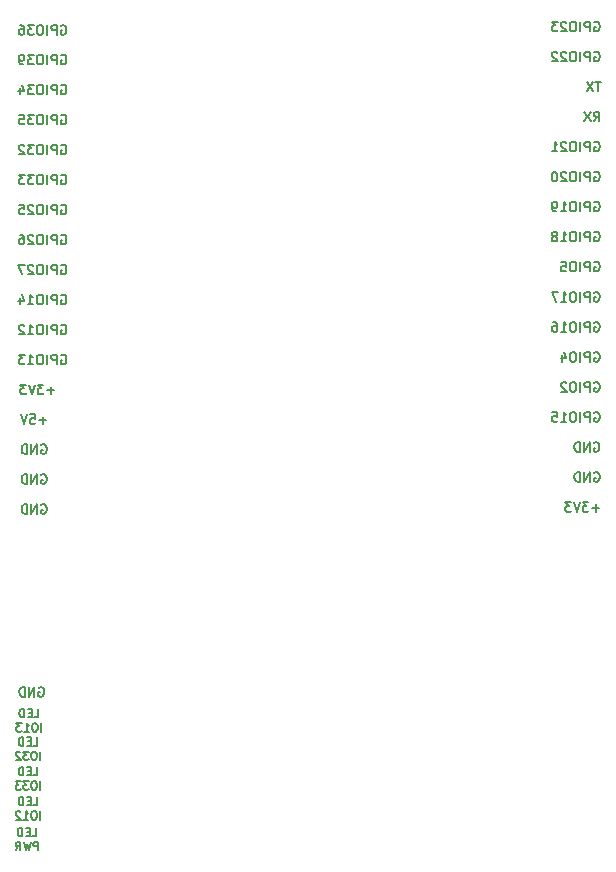
<source format=gbr>
G04 #@! TF.GenerationSoftware,KiCad,Pcbnew,6.0.0-rc1-unknown-15e0771~66~ubuntu18.04.1*
G04 #@! TF.CreationDate,2018-08-29T16:10:05+02:00*
G04 #@! TF.ProjectId,esp32-gateway,65737033322D676174657761792E6B69,v3*
G04 #@! TF.SameCoordinates,Original*
G04 #@! TF.FileFunction,Legend,Bot*
G04 #@! TF.FilePolarity,Positive*
%FSLAX46Y46*%
G04 Gerber Fmt 4.6, Leading zero omitted, Abs format (unit mm)*
G04 Created by KiCad (PCBNEW 6.0.0-rc1-unknown-15e0771~66~ubuntu18.04.1) date Wed Aug 29 16:10:05 2018*
%MOMM*%
%LPD*%
G01*
G04 APERTURE LIST*
%ADD10C,0.150000*%
G04 APERTURE END LIST*
D10*
X119180000Y-137376666D02*
X119513333Y-137376666D01*
X119513333Y-136676666D01*
X118946666Y-137010000D02*
X118713333Y-137010000D01*
X118613333Y-137376666D02*
X118946666Y-137376666D01*
X118946666Y-136676666D01*
X118613333Y-136676666D01*
X118313333Y-137376666D02*
X118313333Y-136676666D01*
X118146666Y-136676666D01*
X118046666Y-136710000D01*
X117980000Y-136776666D01*
X117946666Y-136843333D01*
X117913333Y-136976666D01*
X117913333Y-137076666D01*
X117946666Y-137210000D01*
X117980000Y-137276666D01*
X118046666Y-137343333D01*
X118146666Y-137376666D01*
X118313333Y-137376666D01*
X119763333Y-138576666D02*
X119763333Y-137876666D01*
X119296666Y-137876666D02*
X119163333Y-137876666D01*
X119096666Y-137910000D01*
X119030000Y-137976666D01*
X118996666Y-138110000D01*
X118996666Y-138343333D01*
X119030000Y-138476666D01*
X119096666Y-138543333D01*
X119163333Y-138576666D01*
X119296666Y-138576666D01*
X119363333Y-138543333D01*
X119430000Y-138476666D01*
X119463333Y-138343333D01*
X119463333Y-138110000D01*
X119430000Y-137976666D01*
X119363333Y-137910000D01*
X119296666Y-137876666D01*
X118330000Y-138576666D02*
X118730000Y-138576666D01*
X118530000Y-138576666D02*
X118530000Y-137876666D01*
X118596666Y-137976666D01*
X118663333Y-138043333D01*
X118730000Y-138076666D01*
X118096666Y-137876666D02*
X117663333Y-137876666D01*
X117896666Y-138143333D01*
X117796666Y-138143333D01*
X117730000Y-138176666D01*
X117696666Y-138210000D01*
X117663333Y-138276666D01*
X117663333Y-138443333D01*
X117696666Y-138510000D01*
X117730000Y-138543333D01*
X117796666Y-138576666D01*
X117996666Y-138576666D01*
X118063333Y-138543333D01*
X118096666Y-138510000D01*
X119109429Y-139776666D02*
X119442762Y-139776666D01*
X119442762Y-139076666D01*
X118876095Y-139410000D02*
X118642762Y-139410000D01*
X118542762Y-139776666D02*
X118876095Y-139776666D01*
X118876095Y-139076666D01*
X118542762Y-139076666D01*
X118242762Y-139776666D02*
X118242762Y-139076666D01*
X118076095Y-139076666D01*
X117976095Y-139110000D01*
X117909429Y-139176666D01*
X117876095Y-139243333D01*
X117842762Y-139376666D01*
X117842762Y-139476666D01*
X117876095Y-139610000D01*
X117909429Y-139676666D01*
X117976095Y-139743333D01*
X118076095Y-139776666D01*
X118242762Y-139776666D01*
X119692762Y-140976666D02*
X119692762Y-140276666D01*
X119226095Y-140276666D02*
X119092762Y-140276666D01*
X119026095Y-140310000D01*
X118959429Y-140376666D01*
X118926095Y-140510000D01*
X118926095Y-140743333D01*
X118959429Y-140876666D01*
X119026095Y-140943333D01*
X119092762Y-140976666D01*
X119226095Y-140976666D01*
X119292762Y-140943333D01*
X119359429Y-140876666D01*
X119392762Y-140743333D01*
X119392762Y-140510000D01*
X119359429Y-140376666D01*
X119292762Y-140310000D01*
X119226095Y-140276666D01*
X118692762Y-140276666D02*
X118259429Y-140276666D01*
X118492762Y-140543333D01*
X118392762Y-140543333D01*
X118326095Y-140576666D01*
X118292762Y-140610000D01*
X118259429Y-140676666D01*
X118259429Y-140843333D01*
X118292762Y-140910000D01*
X118326095Y-140943333D01*
X118392762Y-140976666D01*
X118592762Y-140976666D01*
X118659429Y-140943333D01*
X118692762Y-140910000D01*
X117992762Y-140343333D02*
X117959429Y-140310000D01*
X117892762Y-140276666D01*
X117726095Y-140276666D01*
X117659429Y-140310000D01*
X117626095Y-140343333D01*
X117592762Y-140410000D01*
X117592762Y-140476666D01*
X117626095Y-140576666D01*
X118026095Y-140976666D01*
X117592762Y-140976666D01*
X119569523Y-134850000D02*
X119645714Y-134811904D01*
X119760000Y-134811904D01*
X119874285Y-134850000D01*
X119950476Y-134926190D01*
X119988571Y-135002380D01*
X120026666Y-135154761D01*
X120026666Y-135269047D01*
X119988571Y-135421428D01*
X119950476Y-135497619D01*
X119874285Y-135573809D01*
X119760000Y-135611904D01*
X119683809Y-135611904D01*
X119569523Y-135573809D01*
X119531428Y-135535714D01*
X119531428Y-135269047D01*
X119683809Y-135269047D01*
X119188571Y-135611904D02*
X119188571Y-134811904D01*
X118731428Y-135611904D01*
X118731428Y-134811904D01*
X118350476Y-135611904D02*
X118350476Y-134811904D01*
X118160000Y-134811904D01*
X118045714Y-134850000D01*
X117969523Y-134926190D01*
X117931428Y-135002380D01*
X117893333Y-135154761D01*
X117893333Y-135269047D01*
X117931428Y-135421428D01*
X117969523Y-135497619D01*
X118045714Y-135573809D01*
X118160000Y-135611904D01*
X118350476Y-135611904D01*
X119109429Y-142296666D02*
X119442762Y-142296666D01*
X119442762Y-141596666D01*
X118876095Y-141930000D02*
X118642762Y-141930000D01*
X118542762Y-142296666D02*
X118876095Y-142296666D01*
X118876095Y-141596666D01*
X118542762Y-141596666D01*
X118242762Y-142296666D02*
X118242762Y-141596666D01*
X118076095Y-141596666D01*
X117976095Y-141630000D01*
X117909429Y-141696666D01*
X117876095Y-141763333D01*
X117842762Y-141896666D01*
X117842762Y-141996666D01*
X117876095Y-142130000D01*
X117909429Y-142196666D01*
X117976095Y-142263333D01*
X118076095Y-142296666D01*
X118242762Y-142296666D01*
X119692762Y-143496666D02*
X119692762Y-142796666D01*
X119226095Y-142796666D02*
X119092762Y-142796666D01*
X119026095Y-142830000D01*
X118959429Y-142896666D01*
X118926095Y-143030000D01*
X118926095Y-143263333D01*
X118959429Y-143396666D01*
X119026095Y-143463333D01*
X119092762Y-143496666D01*
X119226095Y-143496666D01*
X119292762Y-143463333D01*
X119359429Y-143396666D01*
X119392762Y-143263333D01*
X119392762Y-143030000D01*
X119359429Y-142896666D01*
X119292762Y-142830000D01*
X119226095Y-142796666D01*
X118692762Y-142796666D02*
X118259429Y-142796666D01*
X118492762Y-143063333D01*
X118392762Y-143063333D01*
X118326095Y-143096666D01*
X118292762Y-143130000D01*
X118259429Y-143196666D01*
X118259429Y-143363333D01*
X118292762Y-143430000D01*
X118326095Y-143463333D01*
X118392762Y-143496666D01*
X118592762Y-143496666D01*
X118659429Y-143463333D01*
X118692762Y-143430000D01*
X118026095Y-142796666D02*
X117592762Y-142796666D01*
X117826095Y-143063333D01*
X117726095Y-143063333D01*
X117659429Y-143096666D01*
X117626095Y-143130000D01*
X117592762Y-143196666D01*
X117592762Y-143363333D01*
X117626095Y-143430000D01*
X117659429Y-143463333D01*
X117726095Y-143496666D01*
X117926095Y-143496666D01*
X117992762Y-143463333D01*
X118026095Y-143430000D01*
X119023714Y-147436666D02*
X119357047Y-147436666D01*
X119357047Y-146736666D01*
X118790380Y-147070000D02*
X118557047Y-147070000D01*
X118457047Y-147436666D02*
X118790380Y-147436666D01*
X118790380Y-146736666D01*
X118457047Y-146736666D01*
X118157047Y-147436666D02*
X118157047Y-146736666D01*
X117990380Y-146736666D01*
X117890380Y-146770000D01*
X117823714Y-146836666D01*
X117790380Y-146903333D01*
X117757047Y-147036666D01*
X117757047Y-147136666D01*
X117790380Y-147270000D01*
X117823714Y-147336666D01*
X117890380Y-147403333D01*
X117990380Y-147436666D01*
X118157047Y-147436666D01*
X119507047Y-148636666D02*
X119507047Y-147936666D01*
X119240380Y-147936666D01*
X119173714Y-147970000D01*
X119140380Y-148003333D01*
X119107047Y-148070000D01*
X119107047Y-148170000D01*
X119140380Y-148236666D01*
X119173714Y-148270000D01*
X119240380Y-148303333D01*
X119507047Y-148303333D01*
X118873714Y-147936666D02*
X118707047Y-148636666D01*
X118573714Y-148136666D01*
X118440380Y-148636666D01*
X118273714Y-147936666D01*
X117607047Y-148636666D02*
X117840380Y-148303333D01*
X118007047Y-148636666D02*
X118007047Y-147936666D01*
X117740380Y-147936666D01*
X117673714Y-147970000D01*
X117640380Y-148003333D01*
X117607047Y-148070000D01*
X117607047Y-148170000D01*
X117640380Y-148236666D01*
X117673714Y-148270000D01*
X117740380Y-148303333D01*
X118007047Y-148303333D01*
X119109429Y-144826666D02*
X119442762Y-144826666D01*
X119442762Y-144126666D01*
X118876095Y-144460000D02*
X118642762Y-144460000D01*
X118542762Y-144826666D02*
X118876095Y-144826666D01*
X118876095Y-144126666D01*
X118542762Y-144126666D01*
X118242762Y-144826666D02*
X118242762Y-144126666D01*
X118076095Y-144126666D01*
X117976095Y-144160000D01*
X117909429Y-144226666D01*
X117876095Y-144293333D01*
X117842762Y-144426666D01*
X117842762Y-144526666D01*
X117876095Y-144660000D01*
X117909429Y-144726666D01*
X117976095Y-144793333D01*
X118076095Y-144826666D01*
X118242762Y-144826666D01*
X119692762Y-146026666D02*
X119692762Y-145326666D01*
X119226095Y-145326666D02*
X119092762Y-145326666D01*
X119026095Y-145360000D01*
X118959429Y-145426666D01*
X118926095Y-145560000D01*
X118926095Y-145793333D01*
X118959429Y-145926666D01*
X119026095Y-145993333D01*
X119092762Y-146026666D01*
X119226095Y-146026666D01*
X119292762Y-145993333D01*
X119359429Y-145926666D01*
X119392762Y-145793333D01*
X119392762Y-145560000D01*
X119359429Y-145426666D01*
X119292762Y-145360000D01*
X119226095Y-145326666D01*
X118259429Y-146026666D02*
X118659429Y-146026666D01*
X118459429Y-146026666D02*
X118459429Y-145326666D01*
X118526095Y-145426666D01*
X118592762Y-145493333D01*
X118659429Y-145526666D01*
X117992762Y-145393333D02*
X117959429Y-145360000D01*
X117892762Y-145326666D01*
X117726095Y-145326666D01*
X117659429Y-145360000D01*
X117626095Y-145393333D01*
X117592762Y-145460000D01*
X117592762Y-145526666D01*
X117626095Y-145626666D01*
X118026095Y-146026666D01*
X117592762Y-146026666D01*
X166569523Y-114120000D02*
X166645714Y-114081904D01*
X166760000Y-114081904D01*
X166874285Y-114120000D01*
X166950476Y-114196190D01*
X166988571Y-114272380D01*
X167026666Y-114424761D01*
X167026666Y-114539047D01*
X166988571Y-114691428D01*
X166950476Y-114767619D01*
X166874285Y-114843809D01*
X166760000Y-114881904D01*
X166683809Y-114881904D01*
X166569523Y-114843809D01*
X166531428Y-114805714D01*
X166531428Y-114539047D01*
X166683809Y-114539047D01*
X166188571Y-114881904D02*
X166188571Y-114081904D01*
X165731428Y-114881904D01*
X165731428Y-114081904D01*
X165350476Y-114881904D02*
X165350476Y-114081904D01*
X165160000Y-114081904D01*
X165045714Y-114120000D01*
X164969523Y-114196190D01*
X164931428Y-114272380D01*
X164893333Y-114424761D01*
X164893333Y-114539047D01*
X164931428Y-114691428D01*
X164969523Y-114767619D01*
X165045714Y-114843809D01*
X165160000Y-114881904D01*
X165350476Y-114881904D01*
X166591905Y-109032500D02*
X166668095Y-108994404D01*
X166782381Y-108994404D01*
X166896667Y-109032500D01*
X166972857Y-109108690D01*
X167010953Y-109184880D01*
X167049048Y-109337261D01*
X167049048Y-109451547D01*
X167010953Y-109603928D01*
X166972857Y-109680119D01*
X166896667Y-109756309D01*
X166782381Y-109794404D01*
X166706191Y-109794404D01*
X166591905Y-109756309D01*
X166553810Y-109718214D01*
X166553810Y-109451547D01*
X166706191Y-109451547D01*
X166210953Y-109794404D02*
X166210953Y-108994404D01*
X165906191Y-108994404D01*
X165830000Y-109032500D01*
X165791905Y-109070595D01*
X165753810Y-109146785D01*
X165753810Y-109261071D01*
X165791905Y-109337261D01*
X165830000Y-109375357D01*
X165906191Y-109413452D01*
X166210953Y-109413452D01*
X165410953Y-109794404D02*
X165410953Y-108994404D01*
X164877619Y-108994404D02*
X164725238Y-108994404D01*
X164649048Y-109032500D01*
X164572857Y-109108690D01*
X164534762Y-109261071D01*
X164534762Y-109527738D01*
X164572857Y-109680119D01*
X164649048Y-109756309D01*
X164725238Y-109794404D01*
X164877619Y-109794404D01*
X164953810Y-109756309D01*
X165030000Y-109680119D01*
X165068095Y-109527738D01*
X165068095Y-109261071D01*
X165030000Y-109108690D01*
X164953810Y-109032500D01*
X164877619Y-108994404D01*
X164230000Y-109070595D02*
X164191905Y-109032500D01*
X164115714Y-108994404D01*
X163925238Y-108994404D01*
X163849048Y-109032500D01*
X163810953Y-109070595D01*
X163772857Y-109146785D01*
X163772857Y-109222976D01*
X163810953Y-109337261D01*
X164268095Y-109794404D01*
X163772857Y-109794404D01*
X167125237Y-83575654D02*
X166668094Y-83575654D01*
X166896666Y-84375654D02*
X166896666Y-83575654D01*
X166477618Y-83575654D02*
X165944285Y-84375654D01*
X165944285Y-83575654D02*
X166477618Y-84375654D01*
X166553809Y-86917529D02*
X166820476Y-86536577D01*
X167010952Y-86917529D02*
X167010952Y-86117529D01*
X166706190Y-86117529D01*
X166629999Y-86155625D01*
X166591904Y-86193720D01*
X166553809Y-86269910D01*
X166553809Y-86384196D01*
X166591904Y-86460386D01*
X166629999Y-86498482D01*
X166706190Y-86536577D01*
X167010952Y-86536577D01*
X166287142Y-86117529D02*
X165753809Y-86917529D01*
X165753809Y-86117529D02*
X166287142Y-86917529D01*
X167010952Y-119657142D02*
X166401429Y-119657142D01*
X166706190Y-119961904D02*
X166706190Y-119352380D01*
X166096667Y-119161904D02*
X165601429Y-119161904D01*
X165868095Y-119466666D01*
X165753809Y-119466666D01*
X165677619Y-119504761D01*
X165639524Y-119542857D01*
X165601429Y-119619047D01*
X165601429Y-119809523D01*
X165639524Y-119885714D01*
X165677619Y-119923809D01*
X165753809Y-119961904D01*
X165982381Y-119961904D01*
X166058571Y-119923809D01*
X166096667Y-119885714D01*
X165372857Y-119161904D02*
X165106190Y-119961904D01*
X164839524Y-119161904D01*
X164649048Y-119161904D02*
X164153809Y-119161904D01*
X164420476Y-119466666D01*
X164306190Y-119466666D01*
X164230000Y-119504761D01*
X164191905Y-119542857D01*
X164153809Y-119619047D01*
X164153809Y-119809523D01*
X164191905Y-119885714D01*
X164230000Y-119923809D01*
X164306190Y-119961904D01*
X164534762Y-119961904D01*
X164610952Y-119923809D01*
X164649048Y-119885714D01*
X166591904Y-81071875D02*
X166668095Y-81033779D01*
X166782380Y-81033779D01*
X166896666Y-81071875D01*
X166972857Y-81148065D01*
X167010952Y-81224255D01*
X167049047Y-81376636D01*
X167049047Y-81490922D01*
X167010952Y-81643303D01*
X166972857Y-81719494D01*
X166896666Y-81795684D01*
X166782380Y-81833779D01*
X166706190Y-81833779D01*
X166591904Y-81795684D01*
X166553809Y-81757589D01*
X166553809Y-81490922D01*
X166706190Y-81490922D01*
X166210952Y-81833779D02*
X166210952Y-81033779D01*
X165906190Y-81033779D01*
X165830000Y-81071875D01*
X165791904Y-81109970D01*
X165753809Y-81186160D01*
X165753809Y-81300446D01*
X165791904Y-81376636D01*
X165830000Y-81414732D01*
X165906190Y-81452827D01*
X166210952Y-81452827D01*
X165410952Y-81833779D02*
X165410952Y-81033779D01*
X164877619Y-81033779D02*
X164725238Y-81033779D01*
X164649047Y-81071875D01*
X164572857Y-81148065D01*
X164534761Y-81300446D01*
X164534761Y-81567113D01*
X164572857Y-81719494D01*
X164649047Y-81795684D01*
X164725238Y-81833779D01*
X164877619Y-81833779D01*
X164953809Y-81795684D01*
X165030000Y-81719494D01*
X165068095Y-81567113D01*
X165068095Y-81300446D01*
X165030000Y-81148065D01*
X164953809Y-81071875D01*
X164877619Y-81033779D01*
X164230000Y-81109970D02*
X164191904Y-81071875D01*
X164115714Y-81033779D01*
X163925238Y-81033779D01*
X163849047Y-81071875D01*
X163810952Y-81109970D01*
X163772857Y-81186160D01*
X163772857Y-81262351D01*
X163810952Y-81376636D01*
X164268095Y-81833779D01*
X163772857Y-81833779D01*
X163468095Y-81109970D02*
X163430000Y-81071875D01*
X163353809Y-81033779D01*
X163163333Y-81033779D01*
X163087142Y-81071875D01*
X163049047Y-81109970D01*
X163010952Y-81186160D01*
X163010952Y-81262351D01*
X163049047Y-81376636D01*
X163506190Y-81833779D01*
X163010952Y-81833779D01*
X166591904Y-88697500D02*
X166668095Y-88659404D01*
X166782380Y-88659404D01*
X166896666Y-88697500D01*
X166972857Y-88773690D01*
X167010952Y-88849880D01*
X167049047Y-89002261D01*
X167049047Y-89116547D01*
X167010952Y-89268928D01*
X166972857Y-89345119D01*
X166896666Y-89421309D01*
X166782380Y-89459404D01*
X166706190Y-89459404D01*
X166591904Y-89421309D01*
X166553809Y-89383214D01*
X166553809Y-89116547D01*
X166706190Y-89116547D01*
X166210952Y-89459404D02*
X166210952Y-88659404D01*
X165906190Y-88659404D01*
X165830000Y-88697500D01*
X165791904Y-88735595D01*
X165753809Y-88811785D01*
X165753809Y-88926071D01*
X165791904Y-89002261D01*
X165830000Y-89040357D01*
X165906190Y-89078452D01*
X166210952Y-89078452D01*
X165410952Y-89459404D02*
X165410952Y-88659404D01*
X164877619Y-88659404D02*
X164725238Y-88659404D01*
X164649047Y-88697500D01*
X164572857Y-88773690D01*
X164534761Y-88926071D01*
X164534761Y-89192738D01*
X164572857Y-89345119D01*
X164649047Y-89421309D01*
X164725238Y-89459404D01*
X164877619Y-89459404D01*
X164953809Y-89421309D01*
X165030000Y-89345119D01*
X165068095Y-89192738D01*
X165068095Y-88926071D01*
X165030000Y-88773690D01*
X164953809Y-88697500D01*
X164877619Y-88659404D01*
X164230000Y-88735595D02*
X164191904Y-88697500D01*
X164115714Y-88659404D01*
X163925238Y-88659404D01*
X163849047Y-88697500D01*
X163810952Y-88735595D01*
X163772857Y-88811785D01*
X163772857Y-88887976D01*
X163810952Y-89002261D01*
X164268095Y-89459404D01*
X163772857Y-89459404D01*
X163010952Y-89459404D02*
X163468095Y-89459404D01*
X163239523Y-89459404D02*
X163239523Y-88659404D01*
X163315714Y-88773690D01*
X163391904Y-88849880D01*
X163468095Y-88887976D01*
X166591904Y-111574375D02*
X166668095Y-111536279D01*
X166782380Y-111536279D01*
X166896666Y-111574375D01*
X166972857Y-111650565D01*
X167010952Y-111726755D01*
X167049047Y-111879136D01*
X167049047Y-111993422D01*
X167010952Y-112145803D01*
X166972857Y-112221994D01*
X166896666Y-112298184D01*
X166782380Y-112336279D01*
X166706190Y-112336279D01*
X166591904Y-112298184D01*
X166553809Y-112260089D01*
X166553809Y-111993422D01*
X166706190Y-111993422D01*
X166210952Y-112336279D02*
X166210952Y-111536279D01*
X165906190Y-111536279D01*
X165830000Y-111574375D01*
X165791904Y-111612470D01*
X165753809Y-111688660D01*
X165753809Y-111802946D01*
X165791904Y-111879136D01*
X165830000Y-111917232D01*
X165906190Y-111955327D01*
X166210952Y-111955327D01*
X165410952Y-112336279D02*
X165410952Y-111536279D01*
X164877619Y-111536279D02*
X164725238Y-111536279D01*
X164649047Y-111574375D01*
X164572857Y-111650565D01*
X164534761Y-111802946D01*
X164534761Y-112069613D01*
X164572857Y-112221994D01*
X164649047Y-112298184D01*
X164725238Y-112336279D01*
X164877619Y-112336279D01*
X164953809Y-112298184D01*
X165030000Y-112221994D01*
X165068095Y-112069613D01*
X165068095Y-111802946D01*
X165030000Y-111650565D01*
X164953809Y-111574375D01*
X164877619Y-111536279D01*
X163772857Y-112336279D02*
X164230000Y-112336279D01*
X164001428Y-112336279D02*
X164001428Y-111536279D01*
X164077619Y-111650565D01*
X164153809Y-111726755D01*
X164230000Y-111764851D01*
X163049047Y-111536279D02*
X163430000Y-111536279D01*
X163468095Y-111917232D01*
X163430000Y-111879136D01*
X163353809Y-111841041D01*
X163163333Y-111841041D01*
X163087142Y-111879136D01*
X163049047Y-111917232D01*
X163010952Y-111993422D01*
X163010952Y-112183898D01*
X163049047Y-112260089D01*
X163087142Y-112298184D01*
X163163333Y-112336279D01*
X163353809Y-112336279D01*
X163430000Y-112298184D01*
X163468095Y-112260089D01*
X166591904Y-96323125D02*
X166668095Y-96285029D01*
X166782380Y-96285029D01*
X166896666Y-96323125D01*
X166972857Y-96399315D01*
X167010952Y-96475505D01*
X167049047Y-96627886D01*
X167049047Y-96742172D01*
X167010952Y-96894553D01*
X166972857Y-96970744D01*
X166896666Y-97046934D01*
X166782380Y-97085029D01*
X166706190Y-97085029D01*
X166591904Y-97046934D01*
X166553809Y-97008839D01*
X166553809Y-96742172D01*
X166706190Y-96742172D01*
X166210952Y-97085029D02*
X166210952Y-96285029D01*
X165906190Y-96285029D01*
X165830000Y-96323125D01*
X165791904Y-96361220D01*
X165753809Y-96437410D01*
X165753809Y-96551696D01*
X165791904Y-96627886D01*
X165830000Y-96665982D01*
X165906190Y-96704077D01*
X166210952Y-96704077D01*
X165410952Y-97085029D02*
X165410952Y-96285029D01*
X164877619Y-96285029D02*
X164725238Y-96285029D01*
X164649047Y-96323125D01*
X164572857Y-96399315D01*
X164534761Y-96551696D01*
X164534761Y-96818363D01*
X164572857Y-96970744D01*
X164649047Y-97046934D01*
X164725238Y-97085029D01*
X164877619Y-97085029D01*
X164953809Y-97046934D01*
X165030000Y-96970744D01*
X165068095Y-96818363D01*
X165068095Y-96551696D01*
X165030000Y-96399315D01*
X164953809Y-96323125D01*
X164877619Y-96285029D01*
X163772857Y-97085029D02*
X164230000Y-97085029D01*
X164001428Y-97085029D02*
X164001428Y-96285029D01*
X164077619Y-96399315D01*
X164153809Y-96475505D01*
X164230000Y-96513601D01*
X163315714Y-96627886D02*
X163391904Y-96589791D01*
X163430000Y-96551696D01*
X163468095Y-96475505D01*
X163468095Y-96437410D01*
X163430000Y-96361220D01*
X163391904Y-96323125D01*
X163315714Y-96285029D01*
X163163333Y-96285029D01*
X163087142Y-96323125D01*
X163049047Y-96361220D01*
X163010952Y-96437410D01*
X163010952Y-96475505D01*
X163049047Y-96551696D01*
X163087142Y-96589791D01*
X163163333Y-96627886D01*
X163315714Y-96627886D01*
X163391904Y-96665982D01*
X163430000Y-96704077D01*
X163468095Y-96780267D01*
X163468095Y-96932648D01*
X163430000Y-97008839D01*
X163391904Y-97046934D01*
X163315714Y-97085029D01*
X163163333Y-97085029D01*
X163087142Y-97046934D01*
X163049047Y-97008839D01*
X163010952Y-96932648D01*
X163010952Y-96780267D01*
X163049047Y-96704077D01*
X163087142Y-96665982D01*
X163163333Y-96627886D01*
X166591904Y-91239375D02*
X166668095Y-91201279D01*
X166782380Y-91201279D01*
X166896666Y-91239375D01*
X166972857Y-91315565D01*
X167010952Y-91391755D01*
X167049047Y-91544136D01*
X167049047Y-91658422D01*
X167010952Y-91810803D01*
X166972857Y-91886994D01*
X166896666Y-91963184D01*
X166782380Y-92001279D01*
X166706190Y-92001279D01*
X166591904Y-91963184D01*
X166553809Y-91925089D01*
X166553809Y-91658422D01*
X166706190Y-91658422D01*
X166210952Y-92001279D02*
X166210952Y-91201279D01*
X165906190Y-91201279D01*
X165830000Y-91239375D01*
X165791904Y-91277470D01*
X165753809Y-91353660D01*
X165753809Y-91467946D01*
X165791904Y-91544136D01*
X165830000Y-91582232D01*
X165906190Y-91620327D01*
X166210952Y-91620327D01*
X165410952Y-92001279D02*
X165410952Y-91201279D01*
X164877619Y-91201279D02*
X164725238Y-91201279D01*
X164649047Y-91239375D01*
X164572857Y-91315565D01*
X164534761Y-91467946D01*
X164534761Y-91734613D01*
X164572857Y-91886994D01*
X164649047Y-91963184D01*
X164725238Y-92001279D01*
X164877619Y-92001279D01*
X164953809Y-91963184D01*
X165030000Y-91886994D01*
X165068095Y-91734613D01*
X165068095Y-91467946D01*
X165030000Y-91315565D01*
X164953809Y-91239375D01*
X164877619Y-91201279D01*
X164230000Y-91277470D02*
X164191904Y-91239375D01*
X164115714Y-91201279D01*
X163925238Y-91201279D01*
X163849047Y-91239375D01*
X163810952Y-91277470D01*
X163772857Y-91353660D01*
X163772857Y-91429851D01*
X163810952Y-91544136D01*
X164268095Y-92001279D01*
X163772857Y-92001279D01*
X163277619Y-91201279D02*
X163201428Y-91201279D01*
X163125238Y-91239375D01*
X163087142Y-91277470D01*
X163049047Y-91353660D01*
X163010952Y-91506041D01*
X163010952Y-91696517D01*
X163049047Y-91848898D01*
X163087142Y-91925089D01*
X163125238Y-91963184D01*
X163201428Y-92001279D01*
X163277619Y-92001279D01*
X163353809Y-91963184D01*
X163391904Y-91925089D01*
X163430000Y-91848898D01*
X163468095Y-91696517D01*
X163468095Y-91506041D01*
X163430000Y-91353660D01*
X163391904Y-91277470D01*
X163353809Y-91239375D01*
X163277619Y-91201279D01*
X166591904Y-93781250D02*
X166668095Y-93743154D01*
X166782380Y-93743154D01*
X166896666Y-93781250D01*
X166972857Y-93857440D01*
X167010952Y-93933630D01*
X167049047Y-94086011D01*
X167049047Y-94200297D01*
X167010952Y-94352678D01*
X166972857Y-94428869D01*
X166896666Y-94505059D01*
X166782380Y-94543154D01*
X166706190Y-94543154D01*
X166591904Y-94505059D01*
X166553809Y-94466964D01*
X166553809Y-94200297D01*
X166706190Y-94200297D01*
X166210952Y-94543154D02*
X166210952Y-93743154D01*
X165906190Y-93743154D01*
X165830000Y-93781250D01*
X165791904Y-93819345D01*
X165753809Y-93895535D01*
X165753809Y-94009821D01*
X165791904Y-94086011D01*
X165830000Y-94124107D01*
X165906190Y-94162202D01*
X166210952Y-94162202D01*
X165410952Y-94543154D02*
X165410952Y-93743154D01*
X164877619Y-93743154D02*
X164725238Y-93743154D01*
X164649047Y-93781250D01*
X164572857Y-93857440D01*
X164534761Y-94009821D01*
X164534761Y-94276488D01*
X164572857Y-94428869D01*
X164649047Y-94505059D01*
X164725238Y-94543154D01*
X164877619Y-94543154D01*
X164953809Y-94505059D01*
X165030000Y-94428869D01*
X165068095Y-94276488D01*
X165068095Y-94009821D01*
X165030000Y-93857440D01*
X164953809Y-93781250D01*
X164877619Y-93743154D01*
X163772857Y-94543154D02*
X164230000Y-94543154D01*
X164001428Y-94543154D02*
X164001428Y-93743154D01*
X164077619Y-93857440D01*
X164153809Y-93933630D01*
X164230000Y-93971726D01*
X163391904Y-94543154D02*
X163239523Y-94543154D01*
X163163333Y-94505059D01*
X163125238Y-94466964D01*
X163049047Y-94352678D01*
X163010952Y-94200297D01*
X163010952Y-93895535D01*
X163049047Y-93819345D01*
X163087142Y-93781250D01*
X163163333Y-93743154D01*
X163315714Y-93743154D01*
X163391904Y-93781250D01*
X163430000Y-93819345D01*
X163468095Y-93895535D01*
X163468095Y-94086011D01*
X163430000Y-94162202D01*
X163391904Y-94200297D01*
X163315714Y-94238392D01*
X163163333Y-94238392D01*
X163087142Y-94200297D01*
X163049047Y-94162202D01*
X163010952Y-94086011D01*
X166591905Y-98865000D02*
X166668095Y-98826904D01*
X166782381Y-98826904D01*
X166896667Y-98865000D01*
X166972857Y-98941190D01*
X167010953Y-99017380D01*
X167049048Y-99169761D01*
X167049048Y-99284047D01*
X167010953Y-99436428D01*
X166972857Y-99512619D01*
X166896667Y-99588809D01*
X166782381Y-99626904D01*
X166706191Y-99626904D01*
X166591905Y-99588809D01*
X166553810Y-99550714D01*
X166553810Y-99284047D01*
X166706191Y-99284047D01*
X166210953Y-99626904D02*
X166210953Y-98826904D01*
X165906191Y-98826904D01*
X165830000Y-98865000D01*
X165791905Y-98903095D01*
X165753810Y-98979285D01*
X165753810Y-99093571D01*
X165791905Y-99169761D01*
X165830000Y-99207857D01*
X165906191Y-99245952D01*
X166210953Y-99245952D01*
X165410953Y-99626904D02*
X165410953Y-98826904D01*
X164877619Y-98826904D02*
X164725238Y-98826904D01*
X164649048Y-98865000D01*
X164572857Y-98941190D01*
X164534762Y-99093571D01*
X164534762Y-99360238D01*
X164572857Y-99512619D01*
X164649048Y-99588809D01*
X164725238Y-99626904D01*
X164877619Y-99626904D01*
X164953810Y-99588809D01*
X165030000Y-99512619D01*
X165068095Y-99360238D01*
X165068095Y-99093571D01*
X165030000Y-98941190D01*
X164953810Y-98865000D01*
X164877619Y-98826904D01*
X163810953Y-98826904D02*
X164191905Y-98826904D01*
X164230000Y-99207857D01*
X164191905Y-99169761D01*
X164115714Y-99131666D01*
X163925238Y-99131666D01*
X163849048Y-99169761D01*
X163810953Y-99207857D01*
X163772857Y-99284047D01*
X163772857Y-99474523D01*
X163810953Y-99550714D01*
X163849048Y-99588809D01*
X163925238Y-99626904D01*
X164115714Y-99626904D01*
X164191905Y-99588809D01*
X164230000Y-99550714D01*
X166591904Y-103948750D02*
X166668095Y-103910654D01*
X166782380Y-103910654D01*
X166896666Y-103948750D01*
X166972857Y-104024940D01*
X167010952Y-104101130D01*
X167049047Y-104253511D01*
X167049047Y-104367797D01*
X167010952Y-104520178D01*
X166972857Y-104596369D01*
X166896666Y-104672559D01*
X166782380Y-104710654D01*
X166706190Y-104710654D01*
X166591904Y-104672559D01*
X166553809Y-104634464D01*
X166553809Y-104367797D01*
X166706190Y-104367797D01*
X166210952Y-104710654D02*
X166210952Y-103910654D01*
X165906190Y-103910654D01*
X165830000Y-103948750D01*
X165791904Y-103986845D01*
X165753809Y-104063035D01*
X165753809Y-104177321D01*
X165791904Y-104253511D01*
X165830000Y-104291607D01*
X165906190Y-104329702D01*
X166210952Y-104329702D01*
X165410952Y-104710654D02*
X165410952Y-103910654D01*
X164877619Y-103910654D02*
X164725238Y-103910654D01*
X164649047Y-103948750D01*
X164572857Y-104024940D01*
X164534761Y-104177321D01*
X164534761Y-104443988D01*
X164572857Y-104596369D01*
X164649047Y-104672559D01*
X164725238Y-104710654D01*
X164877619Y-104710654D01*
X164953809Y-104672559D01*
X165030000Y-104596369D01*
X165068095Y-104443988D01*
X165068095Y-104177321D01*
X165030000Y-104024940D01*
X164953809Y-103948750D01*
X164877619Y-103910654D01*
X163772857Y-104710654D02*
X164230000Y-104710654D01*
X164001428Y-104710654D02*
X164001428Y-103910654D01*
X164077619Y-104024940D01*
X164153809Y-104101130D01*
X164230000Y-104139226D01*
X163087142Y-103910654D02*
X163239523Y-103910654D01*
X163315714Y-103948750D01*
X163353809Y-103986845D01*
X163430000Y-104101130D01*
X163468095Y-104253511D01*
X163468095Y-104558273D01*
X163430000Y-104634464D01*
X163391904Y-104672559D01*
X163315714Y-104710654D01*
X163163333Y-104710654D01*
X163087142Y-104672559D01*
X163049047Y-104634464D01*
X163010952Y-104558273D01*
X163010952Y-104367797D01*
X163049047Y-104291607D01*
X163087142Y-104253511D01*
X163163333Y-104215416D01*
X163315714Y-104215416D01*
X163391904Y-104253511D01*
X163430000Y-104291607D01*
X163468095Y-104367797D01*
X166591905Y-106490625D02*
X166668095Y-106452529D01*
X166782381Y-106452529D01*
X166896667Y-106490625D01*
X166972857Y-106566815D01*
X167010953Y-106643005D01*
X167049048Y-106795386D01*
X167049048Y-106909672D01*
X167010953Y-107062053D01*
X166972857Y-107138244D01*
X166896667Y-107214434D01*
X166782381Y-107252529D01*
X166706191Y-107252529D01*
X166591905Y-107214434D01*
X166553810Y-107176339D01*
X166553810Y-106909672D01*
X166706191Y-106909672D01*
X166210953Y-107252529D02*
X166210953Y-106452529D01*
X165906191Y-106452529D01*
X165830000Y-106490625D01*
X165791905Y-106528720D01*
X165753810Y-106604910D01*
X165753810Y-106719196D01*
X165791905Y-106795386D01*
X165830000Y-106833482D01*
X165906191Y-106871577D01*
X166210953Y-106871577D01*
X165410953Y-107252529D02*
X165410953Y-106452529D01*
X164877619Y-106452529D02*
X164725238Y-106452529D01*
X164649048Y-106490625D01*
X164572857Y-106566815D01*
X164534762Y-106719196D01*
X164534762Y-106985863D01*
X164572857Y-107138244D01*
X164649048Y-107214434D01*
X164725238Y-107252529D01*
X164877619Y-107252529D01*
X164953810Y-107214434D01*
X165030000Y-107138244D01*
X165068095Y-106985863D01*
X165068095Y-106719196D01*
X165030000Y-106566815D01*
X164953810Y-106490625D01*
X164877619Y-106452529D01*
X163849048Y-106719196D02*
X163849048Y-107252529D01*
X164039524Y-106414434D02*
X164230000Y-106985863D01*
X163734762Y-106985863D01*
X166591904Y-101406875D02*
X166668095Y-101368779D01*
X166782380Y-101368779D01*
X166896666Y-101406875D01*
X166972857Y-101483065D01*
X167010952Y-101559255D01*
X167049047Y-101711636D01*
X167049047Y-101825922D01*
X167010952Y-101978303D01*
X166972857Y-102054494D01*
X166896666Y-102130684D01*
X166782380Y-102168779D01*
X166706190Y-102168779D01*
X166591904Y-102130684D01*
X166553809Y-102092589D01*
X166553809Y-101825922D01*
X166706190Y-101825922D01*
X166210952Y-102168779D02*
X166210952Y-101368779D01*
X165906190Y-101368779D01*
X165830000Y-101406875D01*
X165791904Y-101444970D01*
X165753809Y-101521160D01*
X165753809Y-101635446D01*
X165791904Y-101711636D01*
X165830000Y-101749732D01*
X165906190Y-101787827D01*
X166210952Y-101787827D01*
X165410952Y-102168779D02*
X165410952Y-101368779D01*
X164877619Y-101368779D02*
X164725238Y-101368779D01*
X164649047Y-101406875D01*
X164572857Y-101483065D01*
X164534761Y-101635446D01*
X164534761Y-101902113D01*
X164572857Y-102054494D01*
X164649047Y-102130684D01*
X164725238Y-102168779D01*
X164877619Y-102168779D01*
X164953809Y-102130684D01*
X165030000Y-102054494D01*
X165068095Y-101902113D01*
X165068095Y-101635446D01*
X165030000Y-101483065D01*
X164953809Y-101406875D01*
X164877619Y-101368779D01*
X163772857Y-102168779D02*
X164230000Y-102168779D01*
X164001428Y-102168779D02*
X164001428Y-101368779D01*
X164077619Y-101483065D01*
X164153809Y-101559255D01*
X164230000Y-101597351D01*
X163506190Y-101368779D02*
X162972857Y-101368779D01*
X163315714Y-102168779D01*
X166591904Y-78530000D02*
X166668095Y-78491904D01*
X166782380Y-78491904D01*
X166896666Y-78530000D01*
X166972857Y-78606190D01*
X167010952Y-78682380D01*
X167049047Y-78834761D01*
X167049047Y-78949047D01*
X167010952Y-79101428D01*
X166972857Y-79177619D01*
X166896666Y-79253809D01*
X166782380Y-79291904D01*
X166706190Y-79291904D01*
X166591904Y-79253809D01*
X166553809Y-79215714D01*
X166553809Y-78949047D01*
X166706190Y-78949047D01*
X166210952Y-79291904D02*
X166210952Y-78491904D01*
X165906190Y-78491904D01*
X165830000Y-78530000D01*
X165791904Y-78568095D01*
X165753809Y-78644285D01*
X165753809Y-78758571D01*
X165791904Y-78834761D01*
X165830000Y-78872857D01*
X165906190Y-78910952D01*
X166210952Y-78910952D01*
X165410952Y-79291904D02*
X165410952Y-78491904D01*
X164877619Y-78491904D02*
X164725238Y-78491904D01*
X164649047Y-78530000D01*
X164572857Y-78606190D01*
X164534761Y-78758571D01*
X164534761Y-79025238D01*
X164572857Y-79177619D01*
X164649047Y-79253809D01*
X164725238Y-79291904D01*
X164877619Y-79291904D01*
X164953809Y-79253809D01*
X165030000Y-79177619D01*
X165068095Y-79025238D01*
X165068095Y-78758571D01*
X165030000Y-78606190D01*
X164953809Y-78530000D01*
X164877619Y-78491904D01*
X164230000Y-78568095D02*
X164191904Y-78530000D01*
X164115714Y-78491904D01*
X163925238Y-78491904D01*
X163849047Y-78530000D01*
X163810952Y-78568095D01*
X163772857Y-78644285D01*
X163772857Y-78720476D01*
X163810952Y-78834761D01*
X164268095Y-79291904D01*
X163772857Y-79291904D01*
X163506190Y-78491904D02*
X163010952Y-78491904D01*
X163277619Y-78796666D01*
X163163333Y-78796666D01*
X163087142Y-78834761D01*
X163049047Y-78872857D01*
X163010952Y-78949047D01*
X163010952Y-79139523D01*
X163049047Y-79215714D01*
X163087142Y-79253809D01*
X163163333Y-79291904D01*
X163391904Y-79291904D01*
X163468095Y-79253809D01*
X163506190Y-79215714D01*
X166591904Y-116658125D02*
X166668095Y-116620029D01*
X166782381Y-116620029D01*
X166896666Y-116658125D01*
X166972857Y-116734315D01*
X167010952Y-116810505D01*
X167049047Y-116962886D01*
X167049047Y-117077172D01*
X167010952Y-117229553D01*
X166972857Y-117305744D01*
X166896666Y-117381934D01*
X166782381Y-117420029D01*
X166706190Y-117420029D01*
X166591904Y-117381934D01*
X166553809Y-117343839D01*
X166553809Y-117077172D01*
X166706190Y-117077172D01*
X166210952Y-117420029D02*
X166210952Y-116620029D01*
X165753809Y-117420029D01*
X165753809Y-116620029D01*
X165372857Y-117420029D02*
X165372857Y-116620029D01*
X165182381Y-116620029D01*
X165068095Y-116658125D01*
X164991904Y-116734315D01*
X164953809Y-116810505D01*
X164915714Y-116962886D01*
X164915714Y-117077172D01*
X164953809Y-117229553D01*
X164991904Y-117305744D01*
X165068095Y-117381934D01*
X165182381Y-117420029D01*
X165372857Y-117420029D01*
X119775237Y-114307500D02*
X119851428Y-114269404D01*
X119965714Y-114269404D01*
X120079999Y-114307500D01*
X120156190Y-114383690D01*
X120194285Y-114459880D01*
X120232380Y-114612261D01*
X120232380Y-114726547D01*
X120194285Y-114878928D01*
X120156190Y-114955119D01*
X120079999Y-115031309D01*
X119965714Y-115069404D01*
X119889523Y-115069404D01*
X119775237Y-115031309D01*
X119737142Y-114993214D01*
X119737142Y-114726547D01*
X119889523Y-114726547D01*
X119394285Y-115069404D02*
X119394285Y-114269404D01*
X118937142Y-115069404D01*
X118937142Y-114269404D01*
X118556190Y-115069404D02*
X118556190Y-114269404D01*
X118365714Y-114269404D01*
X118251428Y-114307500D01*
X118175237Y-114383690D01*
X118137142Y-114459880D01*
X118099047Y-114612261D01*
X118099047Y-114726547D01*
X118137142Y-114878928D01*
X118175237Y-114955119D01*
X118251428Y-115031309D01*
X118365714Y-115069404D01*
X118556190Y-115069404D01*
X120194285Y-112228392D02*
X119584761Y-112228392D01*
X119889523Y-112533154D02*
X119889523Y-111923630D01*
X118822856Y-111733154D02*
X119203809Y-111733154D01*
X119241904Y-112114107D01*
X119203809Y-112076011D01*
X119127618Y-112037916D01*
X118937142Y-112037916D01*
X118860952Y-112076011D01*
X118822856Y-112114107D01*
X118784761Y-112190297D01*
X118784761Y-112380773D01*
X118822856Y-112456964D01*
X118860952Y-112495059D01*
X118937142Y-112533154D01*
X119127618Y-112533154D01*
X119203809Y-112495059D01*
X119241904Y-112456964D01*
X118556190Y-111733154D02*
X118289523Y-112533154D01*
X118022856Y-111733154D01*
X121441904Y-99090000D02*
X121518095Y-99051904D01*
X121632380Y-99051904D01*
X121746666Y-99090000D01*
X121822857Y-99166190D01*
X121860952Y-99242380D01*
X121899047Y-99394761D01*
X121899047Y-99509047D01*
X121860952Y-99661428D01*
X121822857Y-99737619D01*
X121746666Y-99813809D01*
X121632380Y-99851904D01*
X121556190Y-99851904D01*
X121441904Y-99813809D01*
X121403809Y-99775714D01*
X121403809Y-99509047D01*
X121556190Y-99509047D01*
X121060952Y-99851904D02*
X121060952Y-99051904D01*
X120756190Y-99051904D01*
X120680000Y-99090000D01*
X120641904Y-99128095D01*
X120603809Y-99204285D01*
X120603809Y-99318571D01*
X120641904Y-99394761D01*
X120680000Y-99432857D01*
X120756190Y-99470952D01*
X121060952Y-99470952D01*
X120260952Y-99851904D02*
X120260952Y-99051904D01*
X119727619Y-99051904D02*
X119575238Y-99051904D01*
X119499047Y-99090000D01*
X119422857Y-99166190D01*
X119384761Y-99318571D01*
X119384761Y-99585238D01*
X119422857Y-99737619D01*
X119499047Y-99813809D01*
X119575238Y-99851904D01*
X119727619Y-99851904D01*
X119803809Y-99813809D01*
X119880000Y-99737619D01*
X119918095Y-99585238D01*
X119918095Y-99318571D01*
X119880000Y-99166190D01*
X119803809Y-99090000D01*
X119727619Y-99051904D01*
X119080000Y-99128095D02*
X119041904Y-99090000D01*
X118965714Y-99051904D01*
X118775238Y-99051904D01*
X118699047Y-99090000D01*
X118660952Y-99128095D01*
X118622857Y-99204285D01*
X118622857Y-99280476D01*
X118660952Y-99394761D01*
X119118095Y-99851904D01*
X118622857Y-99851904D01*
X118356190Y-99051904D02*
X117822857Y-99051904D01*
X118165714Y-99851904D01*
X121441904Y-86408750D02*
X121518095Y-86370654D01*
X121632380Y-86370654D01*
X121746666Y-86408750D01*
X121822857Y-86484940D01*
X121860952Y-86561130D01*
X121899047Y-86713511D01*
X121899047Y-86827797D01*
X121860952Y-86980178D01*
X121822857Y-87056369D01*
X121746666Y-87132559D01*
X121632380Y-87170654D01*
X121556190Y-87170654D01*
X121441904Y-87132559D01*
X121403809Y-87094464D01*
X121403809Y-86827797D01*
X121556190Y-86827797D01*
X121060952Y-87170654D02*
X121060952Y-86370654D01*
X120756190Y-86370654D01*
X120680000Y-86408750D01*
X120641904Y-86446845D01*
X120603809Y-86523035D01*
X120603809Y-86637321D01*
X120641904Y-86713511D01*
X120680000Y-86751607D01*
X120756190Y-86789702D01*
X121060952Y-86789702D01*
X120260952Y-87170654D02*
X120260952Y-86370654D01*
X119727619Y-86370654D02*
X119575238Y-86370654D01*
X119499047Y-86408750D01*
X119422857Y-86484940D01*
X119384761Y-86637321D01*
X119384761Y-86903988D01*
X119422857Y-87056369D01*
X119499047Y-87132559D01*
X119575238Y-87170654D01*
X119727619Y-87170654D01*
X119803809Y-87132559D01*
X119880000Y-87056369D01*
X119918095Y-86903988D01*
X119918095Y-86637321D01*
X119880000Y-86484940D01*
X119803809Y-86408750D01*
X119727619Y-86370654D01*
X119118095Y-86370654D02*
X118622857Y-86370654D01*
X118889523Y-86675416D01*
X118775238Y-86675416D01*
X118699047Y-86713511D01*
X118660952Y-86751607D01*
X118622857Y-86827797D01*
X118622857Y-87018273D01*
X118660952Y-87094464D01*
X118699047Y-87132559D01*
X118775238Y-87170654D01*
X119003809Y-87170654D01*
X119080000Y-87132559D01*
X119118095Y-87094464D01*
X117899047Y-86370654D02*
X118280000Y-86370654D01*
X118318095Y-86751607D01*
X118280000Y-86713511D01*
X118203809Y-86675416D01*
X118013333Y-86675416D01*
X117937142Y-86713511D01*
X117899047Y-86751607D01*
X117860952Y-86827797D01*
X117860952Y-87018273D01*
X117899047Y-87094464D01*
X117937142Y-87132559D01*
X118013333Y-87170654D01*
X118203809Y-87170654D01*
X118280000Y-87132559D01*
X118318095Y-87094464D01*
X121441904Y-81336250D02*
X121518095Y-81298154D01*
X121632380Y-81298154D01*
X121746666Y-81336250D01*
X121822857Y-81412440D01*
X121860952Y-81488630D01*
X121899047Y-81641011D01*
X121899047Y-81755297D01*
X121860952Y-81907678D01*
X121822857Y-81983869D01*
X121746666Y-82060059D01*
X121632380Y-82098154D01*
X121556190Y-82098154D01*
X121441904Y-82060059D01*
X121403809Y-82021964D01*
X121403809Y-81755297D01*
X121556190Y-81755297D01*
X121060952Y-82098154D02*
X121060952Y-81298154D01*
X120756190Y-81298154D01*
X120680000Y-81336250D01*
X120641904Y-81374345D01*
X120603809Y-81450535D01*
X120603809Y-81564821D01*
X120641904Y-81641011D01*
X120680000Y-81679107D01*
X120756190Y-81717202D01*
X121060952Y-81717202D01*
X120260952Y-82098154D02*
X120260952Y-81298154D01*
X119727619Y-81298154D02*
X119575238Y-81298154D01*
X119499047Y-81336250D01*
X119422857Y-81412440D01*
X119384761Y-81564821D01*
X119384761Y-81831488D01*
X119422857Y-81983869D01*
X119499047Y-82060059D01*
X119575238Y-82098154D01*
X119727619Y-82098154D01*
X119803809Y-82060059D01*
X119880000Y-81983869D01*
X119918095Y-81831488D01*
X119918095Y-81564821D01*
X119880000Y-81412440D01*
X119803809Y-81336250D01*
X119727619Y-81298154D01*
X119118095Y-81298154D02*
X118622857Y-81298154D01*
X118889523Y-81602916D01*
X118775238Y-81602916D01*
X118699047Y-81641011D01*
X118660952Y-81679107D01*
X118622857Y-81755297D01*
X118622857Y-81945773D01*
X118660952Y-82021964D01*
X118699047Y-82060059D01*
X118775238Y-82098154D01*
X119003809Y-82098154D01*
X119080000Y-82060059D01*
X119118095Y-82021964D01*
X118241904Y-82098154D02*
X118089523Y-82098154D01*
X118013333Y-82060059D01*
X117975238Y-82021964D01*
X117899047Y-81907678D01*
X117860952Y-81755297D01*
X117860952Y-81450535D01*
X117899047Y-81374345D01*
X117937142Y-81336250D01*
X118013333Y-81298154D01*
X118165714Y-81298154D01*
X118241904Y-81336250D01*
X118280000Y-81374345D01*
X118318095Y-81450535D01*
X118318095Y-81641011D01*
X118280000Y-81717202D01*
X118241904Y-81755297D01*
X118165714Y-81793392D01*
X118013333Y-81793392D01*
X117937142Y-81755297D01*
X117899047Y-81717202D01*
X117860952Y-81641011D01*
X121441904Y-104162500D02*
X121518095Y-104124404D01*
X121632380Y-104124404D01*
X121746666Y-104162500D01*
X121822857Y-104238690D01*
X121860952Y-104314880D01*
X121899047Y-104467261D01*
X121899047Y-104581547D01*
X121860952Y-104733928D01*
X121822857Y-104810119D01*
X121746666Y-104886309D01*
X121632380Y-104924404D01*
X121556190Y-104924404D01*
X121441904Y-104886309D01*
X121403809Y-104848214D01*
X121403809Y-104581547D01*
X121556190Y-104581547D01*
X121060952Y-104924404D02*
X121060952Y-104124404D01*
X120756190Y-104124404D01*
X120680000Y-104162500D01*
X120641904Y-104200595D01*
X120603809Y-104276785D01*
X120603809Y-104391071D01*
X120641904Y-104467261D01*
X120680000Y-104505357D01*
X120756190Y-104543452D01*
X121060952Y-104543452D01*
X120260952Y-104924404D02*
X120260952Y-104124404D01*
X119727619Y-104124404D02*
X119575238Y-104124404D01*
X119499047Y-104162500D01*
X119422857Y-104238690D01*
X119384761Y-104391071D01*
X119384761Y-104657738D01*
X119422857Y-104810119D01*
X119499047Y-104886309D01*
X119575238Y-104924404D01*
X119727619Y-104924404D01*
X119803809Y-104886309D01*
X119880000Y-104810119D01*
X119918095Y-104657738D01*
X119918095Y-104391071D01*
X119880000Y-104238690D01*
X119803809Y-104162500D01*
X119727619Y-104124404D01*
X118622857Y-104924404D02*
X119080000Y-104924404D01*
X118851428Y-104924404D02*
X118851428Y-104124404D01*
X118927619Y-104238690D01*
X119003809Y-104314880D01*
X119080000Y-104352976D01*
X118318095Y-104200595D02*
X118280000Y-104162500D01*
X118203809Y-104124404D01*
X118013333Y-104124404D01*
X117937142Y-104162500D01*
X117899047Y-104200595D01*
X117860952Y-104276785D01*
X117860952Y-104352976D01*
X117899047Y-104467261D01*
X118356190Y-104924404D01*
X117860952Y-104924404D01*
X119775237Y-119380000D02*
X119851428Y-119341904D01*
X119965714Y-119341904D01*
X120079999Y-119380000D01*
X120156190Y-119456190D01*
X120194285Y-119532380D01*
X120232380Y-119684761D01*
X120232380Y-119799047D01*
X120194285Y-119951428D01*
X120156190Y-120027619D01*
X120079999Y-120103809D01*
X119965714Y-120141904D01*
X119889523Y-120141904D01*
X119775237Y-120103809D01*
X119737142Y-120065714D01*
X119737142Y-119799047D01*
X119889523Y-119799047D01*
X119394285Y-120141904D02*
X119394285Y-119341904D01*
X118937142Y-120141904D01*
X118937142Y-119341904D01*
X118556190Y-120141904D02*
X118556190Y-119341904D01*
X118365714Y-119341904D01*
X118251428Y-119380000D01*
X118175237Y-119456190D01*
X118137142Y-119532380D01*
X118099047Y-119684761D01*
X118099047Y-119799047D01*
X118137142Y-119951428D01*
X118175237Y-120027619D01*
X118251428Y-120103809D01*
X118365714Y-120141904D01*
X118556190Y-120141904D01*
X121441904Y-106698750D02*
X121518095Y-106660654D01*
X121632380Y-106660654D01*
X121746666Y-106698750D01*
X121822857Y-106774940D01*
X121860952Y-106851130D01*
X121899047Y-107003511D01*
X121899047Y-107117797D01*
X121860952Y-107270178D01*
X121822857Y-107346369D01*
X121746666Y-107422559D01*
X121632380Y-107460654D01*
X121556190Y-107460654D01*
X121441904Y-107422559D01*
X121403809Y-107384464D01*
X121403809Y-107117797D01*
X121556190Y-107117797D01*
X121060952Y-107460654D02*
X121060952Y-106660654D01*
X120756190Y-106660654D01*
X120680000Y-106698750D01*
X120641904Y-106736845D01*
X120603809Y-106813035D01*
X120603809Y-106927321D01*
X120641904Y-107003511D01*
X120680000Y-107041607D01*
X120756190Y-107079702D01*
X121060952Y-107079702D01*
X120260952Y-107460654D02*
X120260952Y-106660654D01*
X119727619Y-106660654D02*
X119575238Y-106660654D01*
X119499047Y-106698750D01*
X119422857Y-106774940D01*
X119384761Y-106927321D01*
X119384761Y-107193988D01*
X119422857Y-107346369D01*
X119499047Y-107422559D01*
X119575238Y-107460654D01*
X119727619Y-107460654D01*
X119803809Y-107422559D01*
X119880000Y-107346369D01*
X119918095Y-107193988D01*
X119918095Y-106927321D01*
X119880000Y-106774940D01*
X119803809Y-106698750D01*
X119727619Y-106660654D01*
X118622857Y-107460654D02*
X119080000Y-107460654D01*
X118851428Y-107460654D02*
X118851428Y-106660654D01*
X118927619Y-106774940D01*
X119003809Y-106851130D01*
X119080000Y-106889226D01*
X118356190Y-106660654D02*
X117860952Y-106660654D01*
X118127619Y-106965416D01*
X118013333Y-106965416D01*
X117937142Y-107003511D01*
X117899047Y-107041607D01*
X117860952Y-107117797D01*
X117860952Y-107308273D01*
X117899047Y-107384464D01*
X117937142Y-107422559D01*
X118013333Y-107460654D01*
X118241904Y-107460654D01*
X118318095Y-107422559D01*
X118356190Y-107384464D01*
X121441904Y-96553750D02*
X121518095Y-96515654D01*
X121632380Y-96515654D01*
X121746666Y-96553750D01*
X121822857Y-96629940D01*
X121860952Y-96706130D01*
X121899047Y-96858511D01*
X121899047Y-96972797D01*
X121860952Y-97125178D01*
X121822857Y-97201369D01*
X121746666Y-97277559D01*
X121632380Y-97315654D01*
X121556190Y-97315654D01*
X121441904Y-97277559D01*
X121403809Y-97239464D01*
X121403809Y-96972797D01*
X121556190Y-96972797D01*
X121060952Y-97315654D02*
X121060952Y-96515654D01*
X120756190Y-96515654D01*
X120680000Y-96553750D01*
X120641904Y-96591845D01*
X120603809Y-96668035D01*
X120603809Y-96782321D01*
X120641904Y-96858511D01*
X120680000Y-96896607D01*
X120756190Y-96934702D01*
X121060952Y-96934702D01*
X120260952Y-97315654D02*
X120260952Y-96515654D01*
X119727619Y-96515654D02*
X119575238Y-96515654D01*
X119499047Y-96553750D01*
X119422857Y-96629940D01*
X119384761Y-96782321D01*
X119384761Y-97048988D01*
X119422857Y-97201369D01*
X119499047Y-97277559D01*
X119575238Y-97315654D01*
X119727619Y-97315654D01*
X119803809Y-97277559D01*
X119880000Y-97201369D01*
X119918095Y-97048988D01*
X119918095Y-96782321D01*
X119880000Y-96629940D01*
X119803809Y-96553750D01*
X119727619Y-96515654D01*
X119080000Y-96591845D02*
X119041904Y-96553750D01*
X118965714Y-96515654D01*
X118775238Y-96515654D01*
X118699047Y-96553750D01*
X118660952Y-96591845D01*
X118622857Y-96668035D01*
X118622857Y-96744226D01*
X118660952Y-96858511D01*
X119118095Y-97315654D01*
X118622857Y-97315654D01*
X117937142Y-96515654D02*
X118089523Y-96515654D01*
X118165714Y-96553750D01*
X118203809Y-96591845D01*
X118280000Y-96706130D01*
X118318095Y-96858511D01*
X118318095Y-97163273D01*
X118280000Y-97239464D01*
X118241904Y-97277559D01*
X118165714Y-97315654D01*
X118013333Y-97315654D01*
X117937142Y-97277559D01*
X117899047Y-97239464D01*
X117860952Y-97163273D01*
X117860952Y-96972797D01*
X117899047Y-96896607D01*
X117937142Y-96858511D01*
X118013333Y-96820416D01*
X118165714Y-96820416D01*
X118241904Y-96858511D01*
X118280000Y-96896607D01*
X118318095Y-96972797D01*
X121441904Y-94017500D02*
X121518095Y-93979404D01*
X121632380Y-93979404D01*
X121746666Y-94017500D01*
X121822857Y-94093690D01*
X121860952Y-94169880D01*
X121899047Y-94322261D01*
X121899047Y-94436547D01*
X121860952Y-94588928D01*
X121822857Y-94665119D01*
X121746666Y-94741309D01*
X121632380Y-94779404D01*
X121556190Y-94779404D01*
X121441904Y-94741309D01*
X121403809Y-94703214D01*
X121403809Y-94436547D01*
X121556190Y-94436547D01*
X121060952Y-94779404D02*
X121060952Y-93979404D01*
X120756190Y-93979404D01*
X120680000Y-94017500D01*
X120641904Y-94055595D01*
X120603809Y-94131785D01*
X120603809Y-94246071D01*
X120641904Y-94322261D01*
X120680000Y-94360357D01*
X120756190Y-94398452D01*
X121060952Y-94398452D01*
X120260952Y-94779404D02*
X120260952Y-93979404D01*
X119727619Y-93979404D02*
X119575238Y-93979404D01*
X119499047Y-94017500D01*
X119422857Y-94093690D01*
X119384761Y-94246071D01*
X119384761Y-94512738D01*
X119422857Y-94665119D01*
X119499047Y-94741309D01*
X119575238Y-94779404D01*
X119727619Y-94779404D01*
X119803809Y-94741309D01*
X119880000Y-94665119D01*
X119918095Y-94512738D01*
X119918095Y-94246071D01*
X119880000Y-94093690D01*
X119803809Y-94017500D01*
X119727619Y-93979404D01*
X119080000Y-94055595D02*
X119041904Y-94017500D01*
X118965714Y-93979404D01*
X118775238Y-93979404D01*
X118699047Y-94017500D01*
X118660952Y-94055595D01*
X118622857Y-94131785D01*
X118622857Y-94207976D01*
X118660952Y-94322261D01*
X119118095Y-94779404D01*
X118622857Y-94779404D01*
X117899047Y-93979404D02*
X118280000Y-93979404D01*
X118318095Y-94360357D01*
X118280000Y-94322261D01*
X118203809Y-94284166D01*
X118013333Y-94284166D01*
X117937142Y-94322261D01*
X117899047Y-94360357D01*
X117860952Y-94436547D01*
X117860952Y-94627023D01*
X117899047Y-94703214D01*
X117937142Y-94741309D01*
X118013333Y-94779404D01*
X118203809Y-94779404D01*
X118280000Y-94741309D01*
X118318095Y-94703214D01*
X119775237Y-116843750D02*
X119851428Y-116805654D01*
X119965714Y-116805654D01*
X120079999Y-116843750D01*
X120156190Y-116919940D01*
X120194285Y-116996130D01*
X120232380Y-117148511D01*
X120232380Y-117262797D01*
X120194285Y-117415178D01*
X120156190Y-117491369D01*
X120079999Y-117567559D01*
X119965714Y-117605654D01*
X119889523Y-117605654D01*
X119775237Y-117567559D01*
X119737142Y-117529464D01*
X119737142Y-117262797D01*
X119889523Y-117262797D01*
X119394285Y-117605654D02*
X119394285Y-116805654D01*
X118937142Y-117605654D01*
X118937142Y-116805654D01*
X118556190Y-117605654D02*
X118556190Y-116805654D01*
X118365714Y-116805654D01*
X118251428Y-116843750D01*
X118175237Y-116919940D01*
X118137142Y-116996130D01*
X118099047Y-117148511D01*
X118099047Y-117262797D01*
X118137142Y-117415178D01*
X118175237Y-117491369D01*
X118251428Y-117567559D01*
X118365714Y-117605654D01*
X118556190Y-117605654D01*
X121441904Y-83872500D02*
X121518095Y-83834404D01*
X121632380Y-83834404D01*
X121746666Y-83872500D01*
X121822857Y-83948690D01*
X121860952Y-84024880D01*
X121899047Y-84177261D01*
X121899047Y-84291547D01*
X121860952Y-84443928D01*
X121822857Y-84520119D01*
X121746666Y-84596309D01*
X121632380Y-84634404D01*
X121556190Y-84634404D01*
X121441904Y-84596309D01*
X121403809Y-84558214D01*
X121403809Y-84291547D01*
X121556190Y-84291547D01*
X121060952Y-84634404D02*
X121060952Y-83834404D01*
X120756190Y-83834404D01*
X120680000Y-83872500D01*
X120641904Y-83910595D01*
X120603809Y-83986785D01*
X120603809Y-84101071D01*
X120641904Y-84177261D01*
X120680000Y-84215357D01*
X120756190Y-84253452D01*
X121060952Y-84253452D01*
X120260952Y-84634404D02*
X120260952Y-83834404D01*
X119727619Y-83834404D02*
X119575238Y-83834404D01*
X119499047Y-83872500D01*
X119422857Y-83948690D01*
X119384761Y-84101071D01*
X119384761Y-84367738D01*
X119422857Y-84520119D01*
X119499047Y-84596309D01*
X119575238Y-84634404D01*
X119727619Y-84634404D01*
X119803809Y-84596309D01*
X119880000Y-84520119D01*
X119918095Y-84367738D01*
X119918095Y-84101071D01*
X119880000Y-83948690D01*
X119803809Y-83872500D01*
X119727619Y-83834404D01*
X119118095Y-83834404D02*
X118622857Y-83834404D01*
X118889523Y-84139166D01*
X118775238Y-84139166D01*
X118699047Y-84177261D01*
X118660952Y-84215357D01*
X118622857Y-84291547D01*
X118622857Y-84482023D01*
X118660952Y-84558214D01*
X118699047Y-84596309D01*
X118775238Y-84634404D01*
X119003809Y-84634404D01*
X119080000Y-84596309D01*
X119118095Y-84558214D01*
X117937142Y-84101071D02*
X117937142Y-84634404D01*
X118127619Y-83796309D02*
X118318095Y-84367738D01*
X117822857Y-84367738D01*
X121441904Y-91481250D02*
X121518095Y-91443154D01*
X121632380Y-91443154D01*
X121746666Y-91481250D01*
X121822857Y-91557440D01*
X121860952Y-91633630D01*
X121899047Y-91786011D01*
X121899047Y-91900297D01*
X121860952Y-92052678D01*
X121822857Y-92128869D01*
X121746666Y-92205059D01*
X121632380Y-92243154D01*
X121556190Y-92243154D01*
X121441904Y-92205059D01*
X121403809Y-92166964D01*
X121403809Y-91900297D01*
X121556190Y-91900297D01*
X121060952Y-92243154D02*
X121060952Y-91443154D01*
X120756190Y-91443154D01*
X120680000Y-91481250D01*
X120641904Y-91519345D01*
X120603809Y-91595535D01*
X120603809Y-91709821D01*
X120641904Y-91786011D01*
X120680000Y-91824107D01*
X120756190Y-91862202D01*
X121060952Y-91862202D01*
X120260952Y-92243154D02*
X120260952Y-91443154D01*
X119727619Y-91443154D02*
X119575238Y-91443154D01*
X119499047Y-91481250D01*
X119422857Y-91557440D01*
X119384761Y-91709821D01*
X119384761Y-91976488D01*
X119422857Y-92128869D01*
X119499047Y-92205059D01*
X119575238Y-92243154D01*
X119727619Y-92243154D01*
X119803809Y-92205059D01*
X119880000Y-92128869D01*
X119918095Y-91976488D01*
X119918095Y-91709821D01*
X119880000Y-91557440D01*
X119803809Y-91481250D01*
X119727619Y-91443154D01*
X119118095Y-91443154D02*
X118622857Y-91443154D01*
X118889523Y-91747916D01*
X118775238Y-91747916D01*
X118699047Y-91786011D01*
X118660952Y-91824107D01*
X118622857Y-91900297D01*
X118622857Y-92090773D01*
X118660952Y-92166964D01*
X118699047Y-92205059D01*
X118775238Y-92243154D01*
X119003809Y-92243154D01*
X119080000Y-92205059D01*
X119118095Y-92166964D01*
X118356190Y-91443154D02*
X117860952Y-91443154D01*
X118127619Y-91747916D01*
X118013333Y-91747916D01*
X117937142Y-91786011D01*
X117899047Y-91824107D01*
X117860952Y-91900297D01*
X117860952Y-92090773D01*
X117899047Y-92166964D01*
X117937142Y-92205059D01*
X118013333Y-92243154D01*
X118241904Y-92243154D01*
X118318095Y-92205059D01*
X118356190Y-92166964D01*
X120860951Y-109692142D02*
X120251428Y-109692142D01*
X120556189Y-109996904D02*
X120556189Y-109387380D01*
X119946666Y-109196904D02*
X119451428Y-109196904D01*
X119718094Y-109501666D01*
X119603808Y-109501666D01*
X119527618Y-109539761D01*
X119489523Y-109577857D01*
X119451428Y-109654047D01*
X119451428Y-109844523D01*
X119489523Y-109920714D01*
X119527618Y-109958809D01*
X119603808Y-109996904D01*
X119832380Y-109996904D01*
X119908570Y-109958809D01*
X119946666Y-109920714D01*
X119222856Y-109196904D02*
X118956189Y-109996904D01*
X118689523Y-109196904D01*
X118499047Y-109196904D02*
X118003808Y-109196904D01*
X118270475Y-109501666D01*
X118156189Y-109501666D01*
X118079999Y-109539761D01*
X118041904Y-109577857D01*
X118003808Y-109654047D01*
X118003808Y-109844523D01*
X118041904Y-109920714D01*
X118079999Y-109958809D01*
X118156189Y-109996904D01*
X118384761Y-109996904D01*
X118460951Y-109958809D01*
X118499047Y-109920714D01*
X121441904Y-88945000D02*
X121518095Y-88906904D01*
X121632380Y-88906904D01*
X121746666Y-88945000D01*
X121822857Y-89021190D01*
X121860952Y-89097380D01*
X121899047Y-89249761D01*
X121899047Y-89364047D01*
X121860952Y-89516428D01*
X121822857Y-89592619D01*
X121746666Y-89668809D01*
X121632380Y-89706904D01*
X121556190Y-89706904D01*
X121441904Y-89668809D01*
X121403809Y-89630714D01*
X121403809Y-89364047D01*
X121556190Y-89364047D01*
X121060952Y-89706904D02*
X121060952Y-88906904D01*
X120756190Y-88906904D01*
X120680000Y-88945000D01*
X120641904Y-88983095D01*
X120603809Y-89059285D01*
X120603809Y-89173571D01*
X120641904Y-89249761D01*
X120680000Y-89287857D01*
X120756190Y-89325952D01*
X121060952Y-89325952D01*
X120260952Y-89706904D02*
X120260952Y-88906904D01*
X119727619Y-88906904D02*
X119575238Y-88906904D01*
X119499047Y-88945000D01*
X119422857Y-89021190D01*
X119384761Y-89173571D01*
X119384761Y-89440238D01*
X119422857Y-89592619D01*
X119499047Y-89668809D01*
X119575238Y-89706904D01*
X119727619Y-89706904D01*
X119803809Y-89668809D01*
X119880000Y-89592619D01*
X119918095Y-89440238D01*
X119918095Y-89173571D01*
X119880000Y-89021190D01*
X119803809Y-88945000D01*
X119727619Y-88906904D01*
X119118095Y-88906904D02*
X118622857Y-88906904D01*
X118889523Y-89211666D01*
X118775238Y-89211666D01*
X118699047Y-89249761D01*
X118660952Y-89287857D01*
X118622857Y-89364047D01*
X118622857Y-89554523D01*
X118660952Y-89630714D01*
X118699047Y-89668809D01*
X118775238Y-89706904D01*
X119003809Y-89706904D01*
X119080000Y-89668809D01*
X119118095Y-89630714D01*
X118318095Y-88983095D02*
X118280000Y-88945000D01*
X118203809Y-88906904D01*
X118013333Y-88906904D01*
X117937142Y-88945000D01*
X117899047Y-88983095D01*
X117860952Y-89059285D01*
X117860952Y-89135476D01*
X117899047Y-89249761D01*
X118356190Y-89706904D01*
X117860952Y-89706904D01*
X121441904Y-101626250D02*
X121518095Y-101588154D01*
X121632380Y-101588154D01*
X121746666Y-101626250D01*
X121822857Y-101702440D01*
X121860952Y-101778630D01*
X121899047Y-101931011D01*
X121899047Y-102045297D01*
X121860952Y-102197678D01*
X121822857Y-102273869D01*
X121746666Y-102350059D01*
X121632380Y-102388154D01*
X121556190Y-102388154D01*
X121441904Y-102350059D01*
X121403809Y-102311964D01*
X121403809Y-102045297D01*
X121556190Y-102045297D01*
X121060952Y-102388154D02*
X121060952Y-101588154D01*
X120756190Y-101588154D01*
X120680000Y-101626250D01*
X120641904Y-101664345D01*
X120603809Y-101740535D01*
X120603809Y-101854821D01*
X120641904Y-101931011D01*
X120680000Y-101969107D01*
X120756190Y-102007202D01*
X121060952Y-102007202D01*
X120260952Y-102388154D02*
X120260952Y-101588154D01*
X119727619Y-101588154D02*
X119575238Y-101588154D01*
X119499047Y-101626250D01*
X119422857Y-101702440D01*
X119384761Y-101854821D01*
X119384761Y-102121488D01*
X119422857Y-102273869D01*
X119499047Y-102350059D01*
X119575238Y-102388154D01*
X119727619Y-102388154D01*
X119803809Y-102350059D01*
X119880000Y-102273869D01*
X119918095Y-102121488D01*
X119918095Y-101854821D01*
X119880000Y-101702440D01*
X119803809Y-101626250D01*
X119727619Y-101588154D01*
X118622857Y-102388154D02*
X119080000Y-102388154D01*
X118851428Y-102388154D02*
X118851428Y-101588154D01*
X118927619Y-101702440D01*
X119003809Y-101778630D01*
X119080000Y-101816726D01*
X117937142Y-101854821D02*
X117937142Y-102388154D01*
X118127619Y-101550059D02*
X118318095Y-102121488D01*
X117822857Y-102121488D01*
X121441904Y-78800000D02*
X121518095Y-78761904D01*
X121632380Y-78761904D01*
X121746666Y-78800000D01*
X121822857Y-78876190D01*
X121860952Y-78952380D01*
X121899047Y-79104761D01*
X121899047Y-79219047D01*
X121860952Y-79371428D01*
X121822857Y-79447619D01*
X121746666Y-79523809D01*
X121632380Y-79561904D01*
X121556190Y-79561904D01*
X121441904Y-79523809D01*
X121403809Y-79485714D01*
X121403809Y-79219047D01*
X121556190Y-79219047D01*
X121060952Y-79561904D02*
X121060952Y-78761904D01*
X120756190Y-78761904D01*
X120680000Y-78800000D01*
X120641904Y-78838095D01*
X120603809Y-78914285D01*
X120603809Y-79028571D01*
X120641904Y-79104761D01*
X120680000Y-79142857D01*
X120756190Y-79180952D01*
X121060952Y-79180952D01*
X120260952Y-79561904D02*
X120260952Y-78761904D01*
X119727619Y-78761904D02*
X119575238Y-78761904D01*
X119499047Y-78800000D01*
X119422857Y-78876190D01*
X119384761Y-79028571D01*
X119384761Y-79295238D01*
X119422857Y-79447619D01*
X119499047Y-79523809D01*
X119575238Y-79561904D01*
X119727619Y-79561904D01*
X119803809Y-79523809D01*
X119880000Y-79447619D01*
X119918095Y-79295238D01*
X119918095Y-79028571D01*
X119880000Y-78876190D01*
X119803809Y-78800000D01*
X119727619Y-78761904D01*
X119118095Y-78761904D02*
X118622857Y-78761904D01*
X118889523Y-79066666D01*
X118775238Y-79066666D01*
X118699047Y-79104761D01*
X118660952Y-79142857D01*
X118622857Y-79219047D01*
X118622857Y-79409523D01*
X118660952Y-79485714D01*
X118699047Y-79523809D01*
X118775238Y-79561904D01*
X119003809Y-79561904D01*
X119080000Y-79523809D01*
X119118095Y-79485714D01*
X117937142Y-78761904D02*
X118089523Y-78761904D01*
X118165714Y-78800000D01*
X118203809Y-78838095D01*
X118280000Y-78952380D01*
X118318095Y-79104761D01*
X118318095Y-79409523D01*
X118280000Y-79485714D01*
X118241904Y-79523809D01*
X118165714Y-79561904D01*
X118013333Y-79561904D01*
X117937142Y-79523809D01*
X117899047Y-79485714D01*
X117860952Y-79409523D01*
X117860952Y-79219047D01*
X117899047Y-79142857D01*
X117937142Y-79104761D01*
X118013333Y-79066666D01*
X118165714Y-79066666D01*
X118241904Y-79104761D01*
X118280000Y-79142857D01*
X118318095Y-79219047D01*
M02*

</source>
